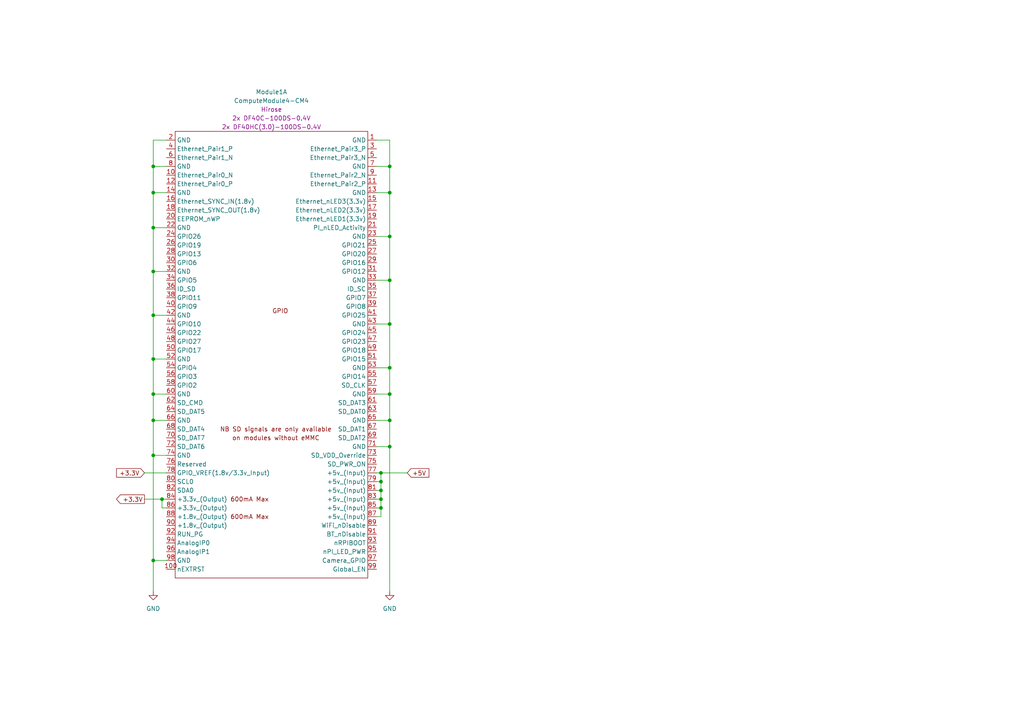
<source format=kicad_sch>
(kicad_sch (version 20230121) (generator eeschema)
  (paper "A4")
  (title_block (title "GPIO_Connection_A") (date "2023-06-17") (rev "1.0"))
  (lib_symbols
    (symbol "CM4IO:ComputeModule4-CM4"
      (property "Reference" "Module" (at 113.03 -68.58 0))
      (property "Value" "ComputeModule4-CM4" (at 140.97 2.54 0))
      (property "Manufacturer" "Hirose" (at 0 0 0))
      (property "MPN" "2x DF40C-100DS-0.4V" (at 0 -2.54 0))
      (property "MPN (Alt)" "2x DF40HC(3.0)-100DS-0.4V" (at 0 0 0))
      (symbol "ComputeModule4-CM4_1_0"
        (text "GPIO" (at 0 6.35 0) (effects (font (size 1.27 1.27))))
      )
      (symbol "ComputeModule4-CM4_1_1"
        (rectangle (start -30.48 -71.12) (end 25.4 58.42))
        (text "600mA Max" (at -8.89 -53.34 0) (effects (font (size 1.27 1.27))))
        (text "600mA Max" (at -8.89 -48.26 0) (effects (font (size 1.27 1.27))))
        (text "NB SD signals are only available" (at -1.27 -27.94 0) (effects (font (size 1.27 1.27))))
        (text "on modules without eMMC" (at -1.27 -30.48 0) (effects (font (size 1.27 1.27))))
        (pin power_in line (at 27.94 55.88 180) (length 2.54) (name "GND") (number "1"))
        (pin passive line (at -33.02 45.72 0) (length 2.54) (name "Ethernet_Pair0_N") (number "10"))
        (pin output line (at -33.02 -68.58 0) (length 2.54) (name "nEXTRST") (number "100"))
        (pin passive line (at 27.94 43.18 180) (length 2.54) (name "Ethernet_Pair2_P") (number "11"))
        (pin passive line (at -33.02 43.18 0) (length 2.54) (name "Ethernet_Pair0_P") (number "12"))
        (pin power_in line (at 27.94 40.64 180) (length 2.54) (name "GND") (number "13"))
        (pin power_in line (at -33.02 40.64 0) (length 2.54) (name "GND") (number "14"))
        (pin output line (at 27.94 38.1 180) (length 2.54) (name "Ethernet_nLED3(3.3v)") (number "15"))
        (pin input line (at -33.02 38.1 0) (length 2.54) (name "Ethernet_SYNC_IN(1.8v)") (number "16"))
        (pin output line (at 27.94 35.56 180) (length 2.54) (name "Ethernet_nLED2(3.3v)") (number "17"))
        (pin input line (at -33.02 35.56 0) (length 2.54) (name "Ethernet_SYNC_OUT(1.8v)") (number "18"))
        (pin output line (at 27.94 33.02 180) (length 2.54) (name "Ethernet_nLED1(3.3v)") (number "19"))
        (pin power_in line (at -33.02 55.88 0) (length 2.54) (name "GND") (number "2"))
        (pin passive line (at -33.02 33.02 0) (length 2.54) (name "EEPROM_nWP") (number "20"))
        (pin open_collector line (at 27.94 30.48 180) (length 2.54) (name "PI_nLED_Activity") (number "21"))
        (pin power_in line (at -33.02 30.48 0) (length 2.54) (name "GND") (number "22"))
        (pin power_in line (at 27.94 27.94 180) (length 2.54) (name "GND") (number "23"))
        (pin passive line (at -33.02 27.94 0) (length 2.54) (name "GPIO26") (number "24"))
        (pin passive line (at 27.94 25.4 180) (length 2.54) (name "GPIO21") (number "25"))
        (pin passive line (at -33.02 25.4 0) (length 2.54) (name "GPIO19") (number "26"))
        (pin passive line (at 27.94 22.86 180) (length 2.54) (name "GPIO20") (number "27"))
        (pin passive line (at -33.02 22.86 0) (length 2.54) (name "GPIO13") (number "28"))
        (pin passive line (at 27.94 20.32 180) (length 2.54) (name "GPIO16") (number "29"))
        (pin passive line (at 27.94 53.34 180) (length 2.54) (name "Ethernet_Pair3_P") (number "3"))
        (pin passive line (at -33.02 20.32 0) (length 2.54) (name "GPIO6") (number "30"))
        (pin passive line (at 27.94 17.78 180) (length 2.54) (name "GPIO12") (number "31"))
        (pin power_in line (at -33.02 17.78 0) (length 2.54) (name "GND") (number "32"))
        (pin power_in line (at 27.94 15.24 180) (length 2.54) (name "GND") (number "33"))
        (pin passive line (at -33.02 15.24 0) (length 2.54) (name "GPIO5") (number "34"))
        (pin passive line (at 27.94 12.7 180) (length 2.54) (name "ID_SC") (number "35"))
        (pin passive line (at -33.02 12.7 0) (length 2.54) (name "ID_SD") (number "36"))
        (pin passive line (at 27.94 10.16 180) (length 2.54) (name "GPIO7") (number "37"))
        (pin passive line (at -33.02 10.16 0) (length 2.54) (name "GPIO11") (number "38"))
        (pin passive line (at 27.94 7.62 180) (length 2.54) (name "GPIO8") (number "39"))
        (pin passive line (at -33.02 53.34 0) (length 2.54) (name "Ethernet_Pair1_P") (number "4"))
        (pin passive line (at -33.02 7.62 0) (length 2.54) (name "GPIO9") (number "40"))
        (pin passive line (at 27.94 5.08 180) (length 2.54) (name "GPIO25") (number "41"))
        (pin power_in line (at -33.02 5.08 0) (length 2.54) (name "GND") (number "42"))
        (pin power_in line (at 27.94 2.54 180) (length 2.54) (name "GND") (number "43"))
        (pin passive line (at -33.02 2.54 0) (length 2.54) (name "GPIO10") (number "44"))
        (pin passive line (at 27.94 0 180) (length 2.54) (name "GPIO24") (number "45"))
        (pin passive line (at -33.02 0 0) (length 2.54) (name "GPIO22") (number "46"))
        (pin passive line (at 27.94 -2.54 180) (length 2.54) (name "GPIO23") (number "47"))
        (pin passive line (at -33.02 -2.54 0) (length 2.54) (name "GPIO27") (number "48"))
        (pin passive line (at 27.94 -5.08 180) (length 2.54) (name "GPIO18") (number "49"))
        (pin passive line (at 27.94 50.8 180) (length 2.54) (name "Ethernet_Pair3_N") (number "5"))
        (pin passive line (at -33.02 -5.08 0) (length 2.54) (name "GPIO17") (number "50"))
        (pin passive line (at 27.94 -7.62 180) (length 2.54) (name "GPIO15") (number "51"))
        (pin power_in line (at -33.02 -7.62 0) (length 2.54) (name "GND") (number "52"))
        (pin power_in line (at 27.94 -10.16 180) (length 2.54) (name "GND") (number "53"))
        (pin passive line (at -33.02 -10.16 0) (length 2.54) (name "GPIO4") (number "54"))
        (pin passive line (at 27.94 -12.7 180) (length 2.54) (name "GPIO14") (number "55"))
        (pin passive line (at -33.02 -12.7 0) (length 2.54) (name "GPIO3") (number "56"))
        (pin passive line (at 27.94 -15.24 180) (length 2.54) (name "SD_CLK") (number "57"))
        (pin passive line (at -33.02 -15.24 0) (length 2.54) (name "GPIO2") (number "58"))
        (pin power_in line (at 27.94 -17.78 180) (length 2.54) (name "GND") (number "59"))
        (pin passive line (at -33.02 50.8 0) (length 2.54) (name "Ethernet_Pair1_N") (number "6"))
        (pin power_in line (at -33.02 -17.78 0) (length 2.54) (name "GND") (number "60"))
        (pin passive line (at 27.94 -20.32 180) (length 2.54) (name "SD_DAT3") (number "61"))
        (pin passive line (at -33.02 -20.32 0) (length 2.54) (name "SD_CMD") (number "62"))
        (pin passive line (at 27.94 -22.86 180) (length 2.54) (name "SD_DAT0") (number "63"))
        (pin passive line (at -33.02 -22.86 0) (length 2.54) (name "SD_DAT5") (number "64"))
        (pin power_in line (at 27.94 -25.4 180) (length 2.54) (name "GND") (number "65"))
        (pin power_in line (at -33.02 -25.4 0) (length 2.54) (name "GND") (number "66"))
        (pin passive line (at 27.94 -27.94 180) (length 2.54) (name "SD_DAT1") (number "67"))
        (pin passive line (at -33.02 -27.94 0) (length 2.54) (name "SD_DAT4") (number "68"))
        (pin passive line (at 27.94 -30.48 180) (length 2.54) (name "SD_DAT2") (number "69"))
        (pin power_in line (at 27.94 48.26 180) (length 2.54) (name "GND") (number "7"))
        (pin passive line (at -33.02 -30.48 0) (length 2.54) (name "SD_DAT7") (number "70"))
        (pin power_in line (at 27.94 -33.02 180) (length 2.54) (name "GND") (number "71"))
        (pin passive line (at -33.02 -33.02 0) (length 2.54) (name "SD_DAT6") (number "72"))
        (pin input line (at 27.94 -35.56 180) (length 2.54) (name "SD_VDD_Override") (number "73"))
        (pin power_in line (at -33.02 -35.56 0) (length 2.54) (name "GND") (number "74"))
        (pin output line (at 27.94 -38.1 180) (length 2.54) (name "SD_PWR_ON") (number "75"))
        (pin passive line (at -33.02 -38.1 0) (length 2.54) (name "Reserved") (number "76"))
        (pin power_in line (at 27.94 -40.64 180) (length 2.54) (name "+5v_(Input)") (number "77"))
        (pin power_in line (at -33.02 -40.64 0) (length 2.54) (name "GPIO_VREF(1.8v/3.3v_Input)") (number "78"))
        (pin power_in line (at 27.94 -43.18 180) (length 2.54) (name "+5v_(Input)") (number "79"))
        (pin power_in line (at -33.02 48.26 0) (length 2.54) (name "GND") (number "8"))
        (pin passive line (at -33.02 -43.18 0) (length 2.54) (name "SCL0") (number "80"))
        (pin power_in line (at 27.94 -45.72 180) (length 2.54) (name "+5v_(Input)") (number "81"))
        (pin passive line (at -33.02 -45.72 0) (length 2.54) (name "SDA0") (number "82"))
        (pin power_in line (at 27.94 -48.26 180) (length 2.54) (name "+5v_(Input)") (number "83"))
        (pin power_out line (at -33.02 -48.26 0) (length 2.54) (name "+3.3v_(Output)") (number "84"))
        (pin power_in line (at 27.94 -50.8 180) (length 2.54) (name "+5v_(Input)") (number "85"))
        (pin power_out line (at -33.02 -50.8 0) (length 2.54) (name "+3.3v_(Output)") (number "86"))
        (pin power_in line (at 27.94 -53.34 180) (length 2.54) (name "+5v_(Input)") (number "87"))
        (pin power_out line (at -33.02 -53.34 0) (length 2.54) (name "+1.8v_(Output)") (number "88"))
        (pin power_in line (at 27.94 -55.88 180) (length 2.54) (name "WiFi_nDisable") (number "89"))
        (pin passive line (at 27.94 45.72 180) (length 2.54) (name "Ethernet_Pair2_N") (number "9"))
        (pin power_out line (at -33.02 -55.88 0) (length 2.54) (name "+1.8v_(Output)") (number "90"))
        (pin power_in line (at 27.94 -58.42 180) (length 2.54) (name "BT_nDisable") (number "91"))
        (pin passive line (at -33.02 -58.42 0) (length 2.54) (name "RUN_PG") (number "92"))
        (pin input line (at 27.94 -60.96 180) (length 2.54) (name "nRPIBOOT") (number "93"))
        (pin passive line (at -33.02 -60.96 0) (length 2.54) (name "AnalogIP0") (number "94"))
        (pin output line (at 27.94 -63.5 180) (length 2.54) (name "nPI_LED_PWR") (number "95"))
        (pin passive line (at -33.02 -63.5 0) (length 2.54) (name "AnalogIP1") (number "96"))
        (pin passive line (at 27.94 -66.04 180) (length 2.54) (name "Camera_GPIO") (number "97"))
        (pin power_in line (at -33.02 -66.04 0) (length 2.54) (name "GND") (number "98"))
        (pin input line (at 27.94 -68.58 180) (length 2.54) (name "Global_EN") (number "99"))
      )
      (symbol "ComputeModule4-CM4_2_1"
        (rectangle (start 114.3 -66.04) (end 165.1 63.5))
        (text "High Speed Serial" (at 140.97 0 0) (effects (font (size 1.27 1.27))))
        (pin input line (at 170.18 60.96 180) (length 5.08) (name "USB_OTG_ID") (number "101"))
        (pin input line (at 109.22 60.96 0) (length 5.08) (name "PCIe_CLK_nREQ") (number "102"))
        (pin passive line (at 170.18 58.42 180) (length 5.08) (name "USB2_N") (number "103"))
        (pin passive line (at 109.22 58.42 0) (length 5.08) (name "Reserved") (number "104"))
        (pin passive line (at 170.18 55.88 180) (length 5.08) (name "USB2_P") (number "105"))
        (pin passive line (at 109.22 55.88 0) (length 5.08) (name "Reserved") (number "106"))
        (pin power_in line (at 170.18 53.34 180) (length 5.08) (name "GND") (number "107"))
        (pin power_in line (at 109.22 53.34 0) (length 5.08) (name "GND") (number "108"))
        (pin bidirectional line (at 170.18 50.8 180) (length 5.08) (name "PCIe_nRST") (number "109"))
        (pin output line (at 109.22 50.8 0) (length 5.08) (name "PCIe_CLK_P") (number "110"))
        (pin passive line (at 170.18 48.26 180) (length 5.08) (name "VDAC_COMP") (number "111"))
        (pin output line (at 109.22 48.26 0) (length 5.08) (name "PCIe_CLK_N") (number "112"))
        (pin power_in line (at 170.18 45.72 180) (length 5.08) (name "GND") (number "113"))
        (pin power_in line (at 109.22 45.72 0) (length 5.08) (name "GND") (number "114"))
        (pin input line (at 170.18 43.18 180) (length 5.08) (name "CAM1_D0_N") (number "115"))
        (pin input line (at 109.22 43.18 0) (length 5.08) (name "PCIe_RX_P") (number "116"))
        (pin input line (at 170.18 40.64 180) (length 5.08) (name "CAM1_D0_P") (number "117"))
        (pin input line (at 109.22 40.64 0) (length 5.08) (name "PCIe_RX_N") (number "118"))
        (pin power_in line (at 170.18 38.1 180) (length 5.08) (name "GND") (number "119"))
        (pin power_in line (at 109.22 38.1 0) (length 5.08) (name "GND") (number "120"))
        (pin input line (at 170.18 35.56 180) (length 5.08) (name "CAM1_D1_N") (number "121"))
        (pin output line (at 109.22 35.56 0) (length 5.08) (name "PCIe_TX_P") (number "122"))
        (pin input line (at 170.18 33.02 180) (length 5.08) (name "CAM1_D1_P") (number "123"))
        (pin output line (at 109.22 33.02 0) (length 5.08) (name "PCIe_TX_N") (number "124"))
        (pin power_in line (at 170.18 30.48 180) (length 5.08) (name "GND") (number "125"))
        (pin power_in line (at 109.22 30.48 0) (length 5.08) (name "GND") (number "126"))
        (pin input line (at 170.18 27.94 180) (length 5.08) (name "CAM1_C_N") (number "127"))
        (pin input line (at 109.22 27.94 0) (length 5.08) (name "CAM0_D0_N") (number "128"))
        (pin input line (at 170.18 25.4 180) (length 5.08) (name "CAM1_C_P") (number "129"))
        (pin input line (at 109.22 25.4 0) (length 5.08) (name "CAM0_D0_P") (number "130"))
        (pin power_in line (at 170.18 22.86 180) (length 5.08) (name "GND") (number "131"))
        (pin power_in line (at 109.22 22.86 0) (length 5.08) (name "GND") (number "132"))
        (pin input line (at 170.18 20.32 180) (length 5.08) (name "CAM1_D2_N") (number "133"))
        (pin input line (at 109.22 20.32 0) (length 5.08) (name "CAM0_D1_N") (number "134"))
        (pin input line (at 170.18 17.78 180) (length 5.08) (name "CAM1_D2_P") (number "135"))
        (pin input line (at 109.22 17.78 0) (length 5.08) (name "CAM0_D1_P") (number "136"))
        (pin power_in line (at 170.18 15.24 180) (length 5.08) (name "GND") (number "137"))
        (pin power_in line (at 109.22 15.24 0) (length 5.08) (name "GND") (number "138"))
        (pin input line (at 170.18 12.7 180) (length 5.08) (name "CAM1_D3_N") (number "139"))
        (pin input line (at 109.22 12.7 0) (length 5.08) (name "CAM0_C_N") (number "140"))
        (pin input line (at 170.18 10.16 180) (length 5.08) (name "CAM1_D3_P") (number "141"))
        (pin input line (at 109.22 10.16 0) (length 5.08) (name "CAM0_C_P") (number "142"))
        (pin input line (at 170.18 7.62 180) (length 5.08) (name "HDMI1_HOTPLUG") (number "143"))
        (pin power_in line (at 109.22 7.62 0) (length 5.08) (name "GND") (number "144"))
        (pin bidirectional line (at 170.18 5.08 180) (length 5.08) (name "HDMI1_SDA") (number "145"))
        (pin output line (at 109.22 5.08 0) (length 5.08) (name "HDMI1_TX2_P") (number "146"))
        (pin open_collector line (at 170.18 2.54 180) (length 5.08) (name "HDMI1_SCL") (number "147"))
        (pin output line (at 109.22 2.54 0) (length 5.08) (name "HDMI1_TX2_N") (number "148"))
        (pin open_collector line (at 170.18 0 180) (length 5.08) (name "HDMI1_CEC") (number "149"))
        (pin power_in line (at 109.22 0 0) (length 5.08) (name "GND") (number "150"))
        (pin open_collector line (at 170.18 -2.54 180) (length 5.08) (name "HDMI0_CEC") (number "151"))
        (pin output line (at 109.22 -2.54 0) (length 5.08) (name "HDMI1_TX1_P") (number "152"))
        (pin input line (at 170.18 -5.08 180) (length 5.08) (name "HDMI0_HOTPLUG") (number "153"))
        (pin output line (at 109.22 -5.08 0) (length 5.08) (name "HDMI1_TX1_N") (number "154"))
        (pin power_in line (at 170.18 -7.62 180) (length 5.08) (name "GND") (number "155"))
        (pin power_in line (at 109.22 -7.62 0) (length 5.08) (name "GND") (number "156"))
        (pin output line (at 170.18 -10.16 180) (length 5.08) (name "DSI0_D0_N") (number "157"))
        (pin output line (at 109.22 -10.16 0) (length 5.08) (name "HDMI1_TX0_P") (number "158"))
        (pin output line (at 170.18 -12.7 180) (length 5.08) (name "DSI0_D0_P") (number "159"))
        (pin output line (at 109.22 -12.7 0) (length 5.08) (name "HDMI1_TX0_N") (number "160"))
        (pin power_in line (at 170.18 -15.24 180) (length 5.08) (name "GND") (number "161"))
        (pin power_in line (at 109.22 -15.24 0) (length 5.08) (name "GND") (number "162"))
        (pin output line (at 170.18 -17.78 180) (length 5.08) (name "DSI0_D1_N") (number "163"))
        (pin output line (at 109.22 -17.78 0) (length 5.08) (name "HDMI1_CLK_P") (number "164"))
        (pin output line (at 170.18 -20.32 180) (length 5.08) (name "DSI0_D1_P") (number "165"))
        (pin output line (at 109.22 -20.32 0) (length 5.08) (name "HDMI1_CLK_N") (number "166"))
        (pin power_in line (at 170.18 -22.86 180) (length 5.08) (name "GND") (number "167"))
        (pin power_in line (at 109.22 -22.86 0) (length 5.08) (name "GND") (number "168"))
        (pin output line (at 170.18 -25.4 180) (length 5.08) (name "DSI0_C_N") (number "169"))
        (pin output line (at 109.22 -25.4 0) (length 5.08) (name "HDMI0_TX2_P") (number "170"))
        (pin output line (at 170.18 -27.94 180) (length 5.08) (name "DSI0_C_P") (number "171"))
        (pin output line (at 109.22 -27.94 0) (length 5.08) (name "HDMI0_TX2_N") (number "172"))
        (pin power_in line (at 170.18 -30.48 180) (length 5.08) (name "GND") (number "173"))
        (pin power_in line (at 109.22 -30.48 0) (length 5.08) (name "GND") (number "174"))
        (pin output line (at 170.18 -33.02 180) (length 5.08) (name "DSI1_D0_N") (number "175"))
        (pin output line (at 109.22 -33.02 0) (length 5.08) (name "HDMI0_TX1_P") (number "176"))
        (pin output line (at 170.18 -35.56 180) (length 5.08) (name "DSI1_D0_P") (number "177"))
        (pin output line (at 109.22 -35.56 0) (length 5.08) (name "HDMI0_TX1_N") (number "178"))
        (pin power_in line (at 170.18 -38.1 180) (length 5.08) (name "GND") (number "179"))
        (pin power_in line (at 109.22 -38.1 0) (length 5.08) (name "GND") (number "180"))
        (pin output line (at 170.18 -40.64 180) (length 5.08) (name "DSI1_D1_N") (number "181"))
        (pin output line (at 109.22 -40.64 0) (length 5.08) (name "HDMI0_TX0_P") (number "182"))
        (pin output line (at 170.18 -43.18 180) (length 5.08) (name "DSI1_D1_P") (number "183"))
        (pin output line (at 109.22 -43.18 0) (length 5.08) (name "HDMI0_TX0_N") (number "184"))
        (pin power_in line (at 170.18 -45.72 180) (length 5.08) (name "GND") (number "185"))
        (pin power_in line (at 109.22 -45.72 0) (length 5.08) (name "GND") (number "186"))
        (pin output line (at 170.18 -48.26 180) (length 5.08) (name "DSI1_C_N") (number "187"))
        (pin output line (at 109.22 -48.26 0) (length 5.08) (name "HDMI0_CLK_P") (number "188"))
        (pin output line (at 170.18 -50.8 180) (length 5.08) (name "DSI1_C_P") (number "189"))
        (pin output line (at 109.22 -50.8 0) (length 5.08) (name "HDMI0_CLK_N") (number "190"))
        (pin power_in line (at 170.18 -53.34 180) (length 5.08) (name "GND") (number "191"))
        (pin power_in line (at 109.22 -53.34 0) (length 5.08) (name "GND") (number "192"))
        (pin output line (at 170.18 -55.88 180) (length 5.08) (name "DSI1_D2_N") (number "193"))
        (pin output line (at 109.22 -55.88 0) (length 5.08) (name "DSI1_D3_N") (number "194"))
        (pin output line (at 170.18 -58.42 180) (length 5.08) (name "DSI1_D2_P") (number "195"))
        (pin output line (at 109.22 -58.42 0) (length 5.08) (name "DSI1_D3_P") (number "196"))
        (pin power_in line (at 170.18 -60.96 180) (length 5.08) (name "GND") (number "197"))
        (pin power_in line (at 109.22 -60.96 0) (length 5.08) (name "GND") (number "198"))
        (pin bidirectional line (at 170.18 -63.5 180) (length 5.08) (name "HDMI0_SDA") (number "199"))
        (pin open_collector line (at 109.22 -63.5 0) (length 5.08) (name "HDMI0_SCL") (number "200"))
      )
    )
    (symbol "power:GND" (power) (pin_names (offset 0))
      (property "Value" "GND" (at 0 -3.81 0))
      (symbol "GND_0_1"
        (polyline (pts (xy 0 0) (xy 0 -1.27) (xy 1.27 -1.27) (xy 0 -2.54) (xy -1.27 -1.27) (xy 0 -1.27)))
      )
      (symbol "GND_1_1"
        (pin power_in line (at 0 0 270) (length 0) hide (name "GND") (number "1"))
      )
    )
  )
  (junction (at 110.49 137.16))
  (junction (at 110.49 139.7))
  (junction (at 44.45 104.14))
  (junction (at 44.45 91.44))
  (junction (at 46.99 144.78))
  (junction (at 113.03 81.28))
  (junction (at 113.03 114.3))
  (junction (at 110.49 144.78))
  (junction (at 113.03 129.54))
  (junction (at 44.45 121.92))
  (junction (at 113.03 48.26))
  (junction (at 44.45 132.08))
  (junction (at 113.03 93.98))
  (junction (at 113.03 121.92))
  (junction (at 113.03 55.88))
  (junction (at 110.49 147.32))
  (junction (at 44.45 48.26))
  (junction (at 110.49 142.24))
  (junction (at 44.45 114.3))
  (junction (at 44.45 55.88))
  (junction (at 44.45 162.56))
  (junction (at 113.03 68.58))
  (junction (at 44.45 66.04))
  (junction (at 113.03 106.68))
  (junction (at 44.45 78.74))
  (wire (pts (xy 44.45 91.44) (xy 44.45 104.14)))
  (wire (pts (xy 109.22 147.32) (xy 110.49 147.32)))
  (wire (pts (xy 113.03 114.3) (xy 113.03 121.92)))
  (wire (pts (xy 113.03 129.54) (xy 113.03 171.45)))
  (wire (pts (xy 109.22 93.98) (xy 113.03 93.98)))
  (wire (pts (xy 41.91 144.78) (xy 46.99 144.78)))
  (wire (pts (xy 110.49 137.16) (xy 118.11 137.16)))
  (wire (pts (xy 113.03 40.64) (xy 113.03 48.26)))
  (wire (pts (xy 109.22 48.26) (xy 113.03 48.26)))
  (wire (pts (xy 44.45 114.3) (xy 44.45 121.92)))
  (wire (pts (xy 109.22 137.16) (xy 110.49 137.16)))
  (wire (pts (xy 113.03 121.92) (xy 113.03 129.54)))
  (wire (pts (xy 110.49 144.78) (xy 110.49 142.24)))
  (wire (pts (xy 44.45 66.04) (xy 48.26 66.04)))
  (wire (pts (xy 44.45 55.88) (xy 44.45 66.04)))
  (wire (pts (xy 44.45 114.3) (xy 48.26 114.3)))
  (wire (pts (xy 44.45 132.08) (xy 44.45 162.56)))
  (wire (pts (xy 113.03 106.68) (xy 113.03 114.3)))
  (wire (pts (xy 44.45 104.14) (xy 48.26 104.14)))
  (wire (pts (xy 44.45 78.74) (xy 48.26 78.74)))
  (wire (pts (xy 113.03 68.58) (xy 113.03 81.28)))
  (wire (pts (xy 109.22 149.86) (xy 110.49 149.86)))
  (wire (pts (xy 109.22 114.3) (xy 113.03 114.3)))
  (wire (pts (xy 109.22 81.28) (xy 113.03 81.28)))
  (wire (pts (xy 44.45 66.04) (xy 44.45 78.74)))
  (wire (pts (xy 44.45 121.92) (xy 44.45 132.08)))
  (wire (pts (xy 46.99 144.78) (xy 48.26 144.78)))
  (wire (pts (xy 110.49 147.32) (xy 110.49 144.78)))
  (wire (pts (xy 44.45 162.56) (xy 44.45 171.45)))
  (wire (pts (xy 44.45 48.26) (xy 48.26 48.26)))
  (wire (pts (xy 109.22 121.92) (xy 113.03 121.92)))
  (wire (pts (xy 44.45 55.88) (xy 48.26 55.88)))
  (wire (pts (xy 44.45 91.44) (xy 48.26 91.44)))
  (wire (pts (xy 110.49 149.86) (xy 110.49 147.32)))
  (wire (pts (xy 113.03 55.88) (xy 113.03 68.58)))
  (wire (pts (xy 109.22 139.7) (xy 110.49 139.7)))
  (wire (pts (xy 109.22 106.68) (xy 113.03 106.68)))
  (wire (pts (xy 44.45 78.74) (xy 44.45 91.44)))
  (wire (pts (xy 48.26 147.32) (xy 46.99 147.32)))
  (wire (pts (xy 44.45 48.26) (xy 44.45 55.88)))
  (wire (pts (xy 109.22 144.78) (xy 110.49 144.78)))
  (wire (pts (xy 44.45 162.56) (xy 48.26 162.56)))
  (wire (pts (xy 109.22 55.88) (xy 113.03 55.88)))
  (wire (pts (xy 110.49 139.7) (xy 110.49 137.16)))
  (wire (pts (xy 44.45 40.64) (xy 44.45 48.26)))
  (wire (pts (xy 109.22 129.54) (xy 113.03 129.54)))
  (wire (pts (xy 109.22 68.58) (xy 113.03 68.58)))
  (wire (pts (xy 44.45 121.92) (xy 48.26 121.92)))
  (wire (pts (xy 110.49 142.24) (xy 110.49 139.7)))
  (wire (pts (xy 113.03 93.98) (xy 113.03 106.68)))
  (wire (pts (xy 41.91 137.16) (xy 48.26 137.16)))
  (wire (pts (xy 113.03 81.28) (xy 113.03 93.98)))
  (wire (pts (xy 44.45 132.08) (xy 48.26 132.08)))
  (wire (pts (xy 113.03 48.26) (xy 113.03 55.88)))
  (wire (pts (xy 109.22 142.24) (xy 110.49 142.24)))
  (wire (pts (xy 109.22 40.64) (xy 113.03 40.64)))
  (wire (pts (xy 46.99 147.32) (xy 46.99 144.78)))
  (wire (pts (xy 48.26 40.64) (xy 44.45 40.64)))
  (wire (pts (xy 44.45 104.14) (xy 44.45 114.3)))
  (global_label "+3.3V" (shape input) (at 41.91 137.16 180) (property "Intersheetrefs" "${INTERSHEET_REFS}" (effects hide)))
  (global_label "+5V" (shape input) (at 118.11 137.16 0) (property "Intersheetrefs" "${INTERSHEET_REFS}" (effects hide)))
  (global_label "+3.3V" (shape output) (at 41.91 144.78 180) (property "Intersheetrefs" "${INTERSHEET_REFS}" (effects hide)))
  (symbol (lib_id "power:GND") (at 113.03 171.45 0) (unit 1)
    (property "Reference" "#PWR02" (effects hide))
    (property "Value" "GND" (at 113.03 176.53 0))
  )
  (symbol (lib_id "power:GND") (at 44.45 171.45 0) (unit 1)
    (property "Reference" "#PWR01" (effects hide))
    (property "Value" "GND" (at 44.45 176.53 0))
  )
  (symbol (lib_id "CM4IO:ComputeModule4-CM4") (at 81.28 96.52 0) (unit 1)
    (property "Reference" "Module1" (at 78.74 26.67 0))
    (property "Value" "ComputeModule4-CM4" (at 78.74 29.21 0))
    (property "Footprint" "CM4IO:Raspberry-Pi-4-Compute-Module" (effects hide))
    (property "Manufacturer" "Hirose" (at 78.74 31.75 0))
    (property "MPN" "2x DF40C-100DS-0.4V" (at 78.74 34.29 0))
    (property "Digi-Key_PN" "2x H11615CT-ND" (effects hide))
    (property "Digi-Key_PN (Alt)" "2x H124602CT-ND" (effects hide))
    (property "MPN (Alt)" "2x DF40HC(3.0)-100DS-0.4V" (at 78.74 36.83 0))
  )
)
</source>
